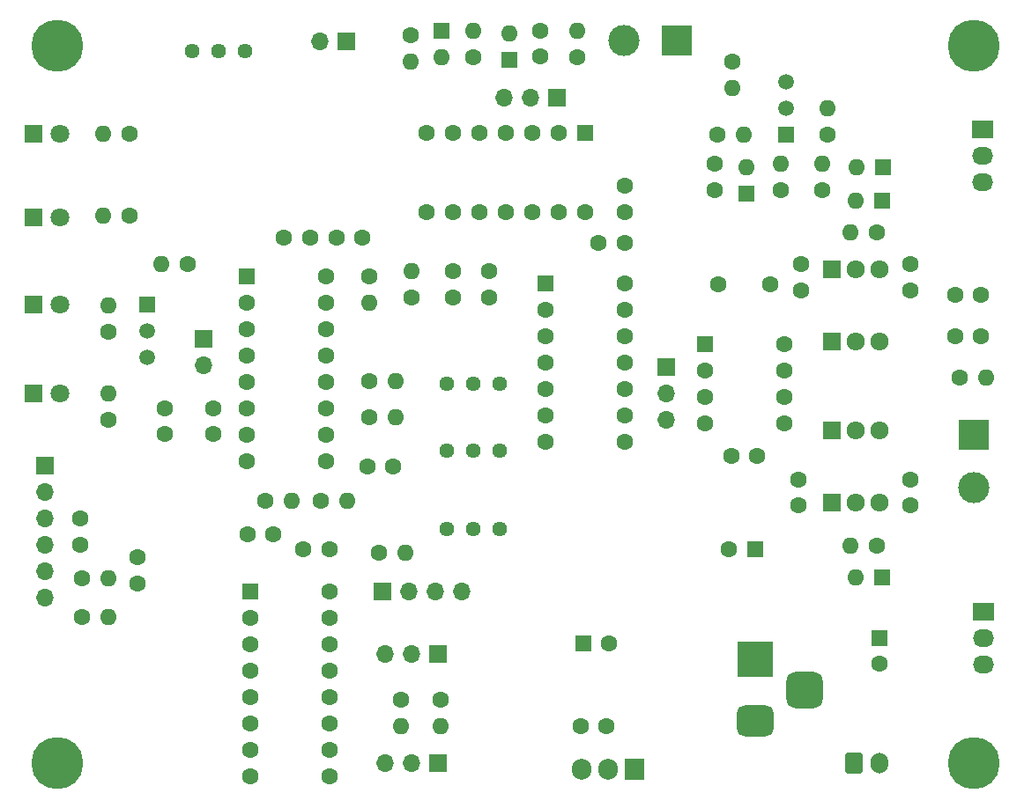
<source format=gbr>
%TF.GenerationSoftware,KiCad,Pcbnew,9.0.0*%
%TF.CreationDate,2025-04-11T23:35:18+03:30*%
%TF.ProjectId,sstc-v3,73737463-2d76-4332-9e6b-696361645f70,rev?*%
%TF.SameCoordinates,Original*%
%TF.FileFunction,Soldermask,Top*%
%TF.FilePolarity,Negative*%
%FSLAX46Y46*%
G04 Gerber Fmt 4.6, Leading zero omitted, Abs format (unit mm)*
G04 Created by KiCad (PCBNEW 9.0.0) date 2025-04-11 23:35:18*
%MOMM*%
%LPD*%
G01*
G04 APERTURE LIST*
G04 Aperture macros list*
%AMRoundRect*
0 Rectangle with rounded corners*
0 $1 Rounding radius*
0 $2 $3 $4 $5 $6 $7 $8 $9 X,Y pos of 4 corners*
0 Add a 4 corners polygon primitive as box body*
4,1,4,$2,$3,$4,$5,$6,$7,$8,$9,$2,$3,0*
0 Add four circle primitives for the rounded corners*
1,1,$1+$1,$2,$3*
1,1,$1+$1,$4,$5*
1,1,$1+$1,$6,$7*
1,1,$1+$1,$8,$9*
0 Add four rect primitives between the rounded corners*
20,1,$1+$1,$2,$3,$4,$5,0*
20,1,$1+$1,$4,$5,$6,$7,0*
20,1,$1+$1,$6,$7,$8,$9,0*
20,1,$1+$1,$8,$9,$2,$3,0*%
G04 Aperture macros list end*
%ADD10R,1.700000X1.700000*%
%ADD11O,1.700000X1.700000*%
%ADD12R,2.030000X1.730000*%
%ADD13O,2.030000X1.730000*%
%ADD14R,1.600000X1.600000*%
%ADD15O,1.600000X1.600000*%
%ADD16C,1.600000*%
%ADD17RoundRect,0.250000X-0.550000X-0.550000X0.550000X-0.550000X0.550000X0.550000X-0.550000X0.550000X0*%
%ADD18R,3.500000X3.500000*%
%ADD19RoundRect,0.750000X1.000000X-0.750000X1.000000X0.750000X-1.000000X0.750000X-1.000000X-0.750000X0*%
%ADD20RoundRect,0.875000X0.875000X-0.875000X0.875000X0.875000X-0.875000X0.875000X-0.875000X-0.875000X0*%
%ADD21C,5.000000*%
%ADD22R,3.000000X3.000000*%
%ADD23C,3.000000*%
%ADD24R,1.500000X1.500000*%
%ADD25C,1.500000*%
%ADD26RoundRect,0.250000X-0.600000X-0.750000X0.600000X-0.750000X0.600000X0.750000X-0.600000X0.750000X0*%
%ADD27O,1.700000X2.000000*%
%ADD28R,1.717500X1.800000*%
%ADD29O,1.717500X1.800000*%
%ADD30R,1.800000X1.800000*%
%ADD31C,1.800000*%
%ADD32RoundRect,0.250000X-0.550000X0.550000X-0.550000X-0.550000X0.550000X-0.550000X0.550000X0.550000X0*%
%ADD33C,1.440000*%
%ADD34R,1.905000X2.000000*%
%ADD35O,1.905000X2.000000*%
G04 APERTURE END LIST*
D10*
%TO.C,JP1*%
X67000000Y-22500000D03*
D11*
X64460000Y-22500000D03*
X61920000Y-22500000D03*
%TD*%
D12*
%TO.C,M1*%
X108000000Y-71960000D03*
D13*
X108000000Y-74500000D03*
X108000000Y-77040000D03*
%TD*%
D14*
%TO.C,D1*%
X98330686Y-29187056D03*
D15*
X95790686Y-29187056D03*
%TD*%
D16*
%TO.C,R6*%
X88505000Y-31415685D03*
D15*
X88505000Y-28875685D03*
%TD*%
D16*
%TO.C,C6*%
X100920000Y-61730000D03*
X100920000Y-59230000D03*
%TD*%
D14*
%TO.C,C17*%
X69500000Y-75000000D03*
D16*
X72000000Y-75000000D03*
%TD*%
%TO.C,C14*%
X43250000Y-36000000D03*
X40750000Y-36000000D03*
%TD*%
%TO.C,C13*%
X34000000Y-52400000D03*
X34000000Y-54900000D03*
%TD*%
%TO.C,R14*%
X97750000Y-65651750D03*
D15*
X95210000Y-65651750D03*
%TD*%
D16*
%TO.C,R3*%
X82395000Y-26045000D03*
D15*
X84935000Y-26045000D03*
%TD*%
D16*
%TO.C,C25*%
X73500000Y-31000000D03*
X73500000Y-33500000D03*
%TD*%
%TO.C,C5*%
X26722500Y-66720000D03*
X26722500Y-69220000D03*
%TD*%
D17*
%TO.C,U5*%
X37195000Y-39700000D03*
D16*
X37195000Y-42240000D03*
X37195000Y-44780000D03*
X37195000Y-47320000D03*
X37195000Y-49860000D03*
X37195000Y-52400000D03*
X37195000Y-54940000D03*
X37195000Y-57480000D03*
X44815000Y-57480000D03*
X44815000Y-54940000D03*
X44815000Y-52400000D03*
X44815000Y-49860000D03*
X44815000Y-47320000D03*
X44815000Y-44780000D03*
X44815000Y-42240000D03*
X44815000Y-39700000D03*
%TD*%
%TO.C,C8*%
X90420000Y-38530000D03*
X90420000Y-41030000D03*
%TD*%
%TO.C,C9*%
X90170000Y-61730000D03*
X90170000Y-59230000D03*
%TD*%
D18*
%TO.C,J9*%
X86042500Y-76500000D03*
D19*
X86042500Y-82500000D03*
D20*
X90742500Y-79500000D03*
%TD*%
D16*
%TO.C,R25*%
X23870000Y-53545000D03*
D15*
X23870000Y-51005000D03*
%TD*%
D21*
%TO.C,H4*%
X19000000Y-86500000D03*
%TD*%
D16*
%TO.C,R11*%
X21377500Y-68770000D03*
D15*
X23917500Y-68770000D03*
%TD*%
D16*
%TO.C,R16*%
X48960000Y-53250000D03*
D15*
X51500000Y-53250000D03*
%TD*%
D10*
%TO.C,J12*%
X55540000Y-86500000D03*
D11*
X53000000Y-86500000D03*
X50460000Y-86500000D03*
%TD*%
D22*
%TO.C,J1*%
X78500000Y-17000000D03*
D23*
X73420000Y-17000000D03*
%TD*%
D17*
%TO.C,U4*%
X81195000Y-46190000D03*
D16*
X81195000Y-48730000D03*
X81195000Y-51270000D03*
X81195000Y-53810000D03*
X88815000Y-53810000D03*
X88815000Y-51270000D03*
X88815000Y-48730000D03*
X88815000Y-46190000D03*
%TD*%
D24*
%TO.C,Q6*%
X27640000Y-42460000D03*
D25*
X27640000Y-45000000D03*
X27640000Y-47540000D03*
%TD*%
D16*
%TO.C,R26*%
X55840000Y-80455000D03*
D15*
X55840000Y-82995000D03*
%TD*%
D14*
%TO.C,C21*%
X86000000Y-66000000D03*
D16*
X83500000Y-66000000D03*
%TD*%
D10*
%TO.C,J11*%
X55540000Y-76000000D03*
D11*
X53000000Y-76000000D03*
X50460000Y-76000000D03*
%TD*%
D16*
%TO.C,C19*%
X105250000Y-45510000D03*
X107750000Y-45510000D03*
%TD*%
%TO.C,C26*%
X42620000Y-66000000D03*
X45120000Y-66000000D03*
%TD*%
%TO.C,R17*%
X25960000Y-26000000D03*
D15*
X23420000Y-26000000D03*
%TD*%
D10*
%TO.C,J3*%
X50200000Y-70000000D03*
D11*
X52740000Y-70000000D03*
X55280000Y-70000000D03*
X57820000Y-70000000D03*
%TD*%
D12*
%TO.C,M2*%
X107875000Y-25540000D03*
D13*
X107875000Y-28080000D03*
X107875000Y-30620000D03*
%TD*%
D26*
%TO.C,J6*%
X95500000Y-86500000D03*
D27*
X98000000Y-86500000D03*
%TD*%
D16*
%TO.C,R9*%
X31540000Y-38500000D03*
D15*
X29000000Y-38500000D03*
%TD*%
D22*
%TO.C,J4*%
X107000000Y-54960000D03*
D23*
X107000000Y-60040000D03*
%TD*%
D16*
%TO.C,C4*%
X83750000Y-57000000D03*
X86250000Y-57000000D03*
%TD*%
D10*
%TO.C,J10*%
X77500000Y-48420000D03*
D11*
X77500000Y-50960000D03*
X77500000Y-53500000D03*
%TD*%
D16*
%TO.C,R2*%
X93000000Y-26045000D03*
D15*
X93000000Y-23505000D03*
%TD*%
D28*
%TO.C,Q2*%
X93420000Y-39000000D03*
D29*
X95710000Y-39000000D03*
X98000000Y-39000000D03*
%TD*%
D16*
%TO.C,R13*%
X97750000Y-35460000D03*
D15*
X95210000Y-35460000D03*
%TD*%
D17*
%TO.C,U3*%
X37500000Y-70000000D03*
D16*
X37500000Y-72540000D03*
X37500000Y-75080000D03*
X37500000Y-77620000D03*
X37500000Y-80160000D03*
X37500000Y-82700000D03*
X37500000Y-85240000D03*
X37500000Y-87780000D03*
X45120000Y-87780000D03*
X45120000Y-85240000D03*
X45120000Y-82700000D03*
X45120000Y-80160000D03*
X45120000Y-77620000D03*
X45120000Y-75080000D03*
X45120000Y-72540000D03*
X45120000Y-70000000D03*
%TD*%
%TO.C,R24*%
X52000000Y-80455000D03*
D15*
X52000000Y-82995000D03*
%TD*%
D16*
%TO.C,R27*%
X23870000Y-45045000D03*
D15*
X23870000Y-42505000D03*
%TD*%
D16*
%TO.C,C24*%
X73500000Y-36500000D03*
X71000000Y-36500000D03*
%TD*%
%TO.C,C12*%
X57000000Y-41730000D03*
X57000000Y-39230000D03*
%TD*%
D14*
%TO.C,D6*%
X98200000Y-32460000D03*
D15*
X95660000Y-32460000D03*
%TD*%
D16*
%TO.C,R18*%
X49000000Y-39680000D03*
D15*
X49000000Y-42220000D03*
%TD*%
D16*
%TO.C,R12*%
X21377500Y-72520000D03*
D15*
X23917500Y-72520000D03*
%TD*%
D16*
%TO.C,C15*%
X45800000Y-36000000D03*
X48300000Y-36000000D03*
%TD*%
D14*
%TO.C,D7*%
X98200000Y-68651750D03*
D15*
X95660000Y-68651750D03*
%TD*%
D21*
%TO.C,H2*%
X19000000Y-17500000D03*
%TD*%
D16*
%TO.C,C23*%
X21222500Y-63020000D03*
X21222500Y-65520000D03*
%TD*%
%TO.C,R7*%
X52920000Y-16500000D03*
D15*
X52920000Y-19040000D03*
%TD*%
D16*
%TO.C,C16*%
X39750000Y-64500000D03*
X37250000Y-64500000D03*
%TD*%
%TO.C,R5*%
X68920000Y-18590000D03*
D15*
X68920000Y-16050000D03*
%TD*%
D30*
%TO.C,D8*%
X16725000Y-26000000D03*
D31*
X19265000Y-26000000D03*
%TD*%
D16*
%TO.C,R20*%
X48920000Y-49750000D03*
D15*
X51460000Y-49750000D03*
%TD*%
D14*
%TO.C,D4*%
X62420000Y-18901371D03*
D15*
X62420000Y-16361371D03*
%TD*%
D16*
%TO.C,C2*%
X65420000Y-18550000D03*
X65420000Y-16050000D03*
%TD*%
%TO.C,R8*%
X58920000Y-18590000D03*
D15*
X58920000Y-16050000D03*
%TD*%
D17*
%TO.C,U1*%
X65880000Y-40380000D03*
D16*
X65880000Y-42920000D03*
X65880000Y-45460000D03*
X65880000Y-48000000D03*
X65880000Y-50540000D03*
X65880000Y-53080000D03*
X65880000Y-55620000D03*
X73500000Y-55620000D03*
X73500000Y-53080000D03*
X73500000Y-50540000D03*
X73500000Y-48000000D03*
X73500000Y-45460000D03*
X73500000Y-42920000D03*
X73500000Y-40380000D03*
%TD*%
%TO.C,R4*%
X83800000Y-19040000D03*
D15*
X83800000Y-21580000D03*
%TD*%
D16*
%TO.C,R23*%
X44315000Y-61270000D03*
D15*
X46855000Y-61270000D03*
%TD*%
D30*
%TO.C,D5*%
X16725000Y-34000000D03*
D31*
X19265000Y-34000000D03*
%TD*%
D16*
%TO.C,R19*%
X53000000Y-41770000D03*
D15*
X53000000Y-39230000D03*
%TD*%
D32*
%TO.C,U2*%
X69700000Y-25880000D03*
D16*
X67160000Y-25880000D03*
X64620000Y-25880000D03*
X62080000Y-25880000D03*
X59540000Y-25880000D03*
X57000000Y-25880000D03*
X54460000Y-25880000D03*
X54460000Y-33500000D03*
X57000000Y-33500000D03*
X59540000Y-33500000D03*
X62080000Y-33500000D03*
X64620000Y-33500000D03*
X67160000Y-33500000D03*
X69700000Y-33500000D03*
%TD*%
D33*
%TO.C,RV3*%
X56420000Y-56500000D03*
X58960000Y-56500000D03*
X61500000Y-56500000D03*
%TD*%
D16*
%TO.C,R15*%
X105700000Y-49460000D03*
D15*
X108240000Y-49460000D03*
%TD*%
D28*
%TO.C,Q3*%
X93420000Y-46000000D03*
D29*
X95710000Y-46000000D03*
X98000000Y-46000000D03*
%TD*%
D16*
%TO.C,R1*%
X92505000Y-31415685D03*
D15*
X92505000Y-28875685D03*
%TD*%
D16*
%TO.C,R10*%
X49900000Y-66290000D03*
D15*
X52440000Y-66290000D03*
%TD*%
D16*
%TO.C,C3*%
X60500000Y-39230000D03*
X60500000Y-41730000D03*
%TD*%
%TO.C,C18*%
X69250000Y-83000000D03*
X71750000Y-83000000D03*
%TD*%
D28*
%TO.C,Q4*%
X93420000Y-61500000D03*
D29*
X95710000Y-61500000D03*
X98000000Y-61500000D03*
%TD*%
D16*
%TO.C,C27*%
X29315000Y-52400000D03*
X29315000Y-54900000D03*
%TD*%
D30*
%TO.C,D10*%
X16725000Y-51000000D03*
D31*
X19265000Y-51000000D03*
%TD*%
D21*
%TO.C,H1*%
X107000000Y-17500000D03*
%TD*%
D14*
%TO.C,D2*%
X85195000Y-31727056D03*
D15*
X85195000Y-29187056D03*
%TD*%
D16*
%TO.C,C7*%
X100920000Y-38530000D03*
X100920000Y-41030000D03*
%TD*%
%TO.C,C11*%
X48765000Y-58000000D03*
X51265000Y-58000000D03*
%TD*%
%TO.C,R21*%
X25960000Y-33880000D03*
D15*
X23420000Y-33880000D03*
%TD*%
D14*
%TO.C,C22*%
X98000000Y-74500000D03*
D16*
X98000000Y-77000000D03*
%TD*%
D33*
%TO.C,RV1*%
X56450000Y-64000000D03*
X58990000Y-64000000D03*
X61530000Y-64000000D03*
%TD*%
D24*
%TO.C,Q1*%
X89000000Y-26085000D03*
D25*
X89000000Y-23545000D03*
X89000000Y-21005000D03*
%TD*%
D30*
%TO.C,D9*%
X16725000Y-42440000D03*
D31*
X19265000Y-42440000D03*
%TD*%
D14*
%TO.C,D3*%
X55920000Y-16050000D03*
D15*
X55920000Y-18590000D03*
%TD*%
D28*
%TO.C,Q5*%
X93420000Y-54500000D03*
D29*
X95710000Y-54500000D03*
X98000000Y-54500000D03*
%TD*%
D34*
%TO.C,U6*%
X74462500Y-87100000D03*
D35*
X71922500Y-87100000D03*
X69382500Y-87100000D03*
%TD*%
D16*
%TO.C,C20*%
X82500000Y-40500000D03*
X87500000Y-40500000D03*
%TD*%
D10*
%TO.C,J2*%
X46740000Y-17100000D03*
D11*
X44200000Y-17100000D03*
%TD*%
D33*
%TO.C,RV4*%
X37000000Y-18000000D03*
X34460000Y-18000000D03*
X31920000Y-18000000D03*
%TD*%
D21*
%TO.C,H3*%
X107000000Y-86500000D03*
%TD*%
D10*
%TO.C,J7*%
X33000000Y-45725000D03*
D11*
X33000000Y-48265000D03*
%TD*%
D16*
%TO.C,C10*%
X105250000Y-41500000D03*
X107750000Y-41500000D03*
%TD*%
%TO.C,R22*%
X38955000Y-61270000D03*
D15*
X41495000Y-61270000D03*
%TD*%
D33*
%TO.C,RV2*%
X56420000Y-50000000D03*
X58960000Y-50000000D03*
X61500000Y-50000000D03*
%TD*%
D16*
%TO.C,C1*%
X82145000Y-31375685D03*
X82145000Y-28875685D03*
%TD*%
D10*
%TO.C,J5*%
X17797500Y-57920000D03*
D11*
X17797500Y-60460000D03*
X17797500Y-63000000D03*
X17797500Y-65540000D03*
X17797500Y-68080000D03*
X17797500Y-70620000D03*
%TD*%
M02*

</source>
